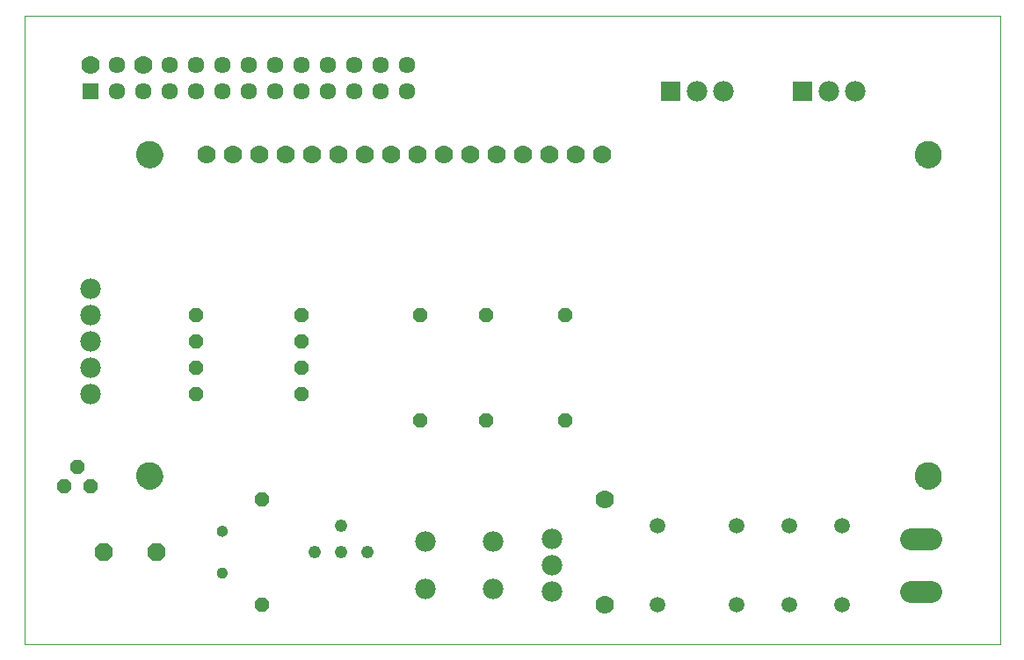
<source format=gts>
G75*
G70*
%OFA0B0*%
%FSLAX24Y24*%
%IPPOS*%
%LPD*%
%AMOC8*
5,1,8,0,0,1.08239X$1,22.5*
%
%ADD10C,0.0000*%
%ADD11C,0.1024*%
%ADD12C,0.0700*%
%ADD13OC8,0.0560*%
%ADD14C,0.0820*%
%ADD15R,0.0634X0.0634*%
%ADD16C,0.0634*%
%ADD17C,0.0050*%
%ADD18C,0.0780*%
%ADD19C,0.0594*%
%ADD20C,0.0480*%
%ADD21OC8,0.0670*%
%ADD22R,0.0780X0.0780*%
D10*
X004465Y000625D02*
X004465Y024495D01*
X041457Y024495D01*
X041457Y000625D01*
X004465Y000625D01*
X008709Y007023D02*
X008711Y007067D01*
X008717Y007111D01*
X008727Y007154D01*
X008740Y007196D01*
X008758Y007236D01*
X008779Y007275D01*
X008803Y007312D01*
X008830Y007347D01*
X008861Y007379D01*
X008894Y007408D01*
X008930Y007434D01*
X008968Y007456D01*
X009008Y007475D01*
X009049Y007491D01*
X009092Y007503D01*
X009135Y007511D01*
X009179Y007515D01*
X009223Y007515D01*
X009267Y007511D01*
X009310Y007503D01*
X009353Y007491D01*
X009394Y007475D01*
X009434Y007456D01*
X009472Y007434D01*
X009508Y007408D01*
X009541Y007379D01*
X009572Y007347D01*
X009599Y007312D01*
X009623Y007275D01*
X009644Y007236D01*
X009662Y007196D01*
X009675Y007154D01*
X009685Y007111D01*
X009691Y007067D01*
X009693Y007023D01*
X009691Y006979D01*
X009685Y006935D01*
X009675Y006892D01*
X009662Y006850D01*
X009644Y006810D01*
X009623Y006771D01*
X009599Y006734D01*
X009572Y006699D01*
X009541Y006667D01*
X009508Y006638D01*
X009472Y006612D01*
X009434Y006590D01*
X009394Y006571D01*
X009353Y006555D01*
X009310Y006543D01*
X009267Y006535D01*
X009223Y006531D01*
X009179Y006531D01*
X009135Y006535D01*
X009092Y006543D01*
X009049Y006555D01*
X009008Y006571D01*
X008968Y006590D01*
X008930Y006612D01*
X008894Y006638D01*
X008861Y006667D01*
X008830Y006699D01*
X008803Y006734D01*
X008779Y006771D01*
X008758Y006810D01*
X008740Y006850D01*
X008727Y006892D01*
X008717Y006935D01*
X008711Y006979D01*
X008709Y007023D01*
X008709Y019227D02*
X008711Y019271D01*
X008717Y019315D01*
X008727Y019358D01*
X008740Y019400D01*
X008758Y019440D01*
X008779Y019479D01*
X008803Y019516D01*
X008830Y019551D01*
X008861Y019583D01*
X008894Y019612D01*
X008930Y019638D01*
X008968Y019660D01*
X009008Y019679D01*
X009049Y019695D01*
X009092Y019707D01*
X009135Y019715D01*
X009179Y019719D01*
X009223Y019719D01*
X009267Y019715D01*
X009310Y019707D01*
X009353Y019695D01*
X009394Y019679D01*
X009434Y019660D01*
X009472Y019638D01*
X009508Y019612D01*
X009541Y019583D01*
X009572Y019551D01*
X009599Y019516D01*
X009623Y019479D01*
X009644Y019440D01*
X009662Y019400D01*
X009675Y019358D01*
X009685Y019315D01*
X009691Y019271D01*
X009693Y019227D01*
X009691Y019183D01*
X009685Y019139D01*
X009675Y019096D01*
X009662Y019054D01*
X009644Y019014D01*
X009623Y018975D01*
X009599Y018938D01*
X009572Y018903D01*
X009541Y018871D01*
X009508Y018842D01*
X009472Y018816D01*
X009434Y018794D01*
X009394Y018775D01*
X009353Y018759D01*
X009310Y018747D01*
X009267Y018739D01*
X009223Y018735D01*
X009179Y018735D01*
X009135Y018739D01*
X009092Y018747D01*
X009049Y018759D01*
X009008Y018775D01*
X008968Y018794D01*
X008930Y018816D01*
X008894Y018842D01*
X008861Y018871D01*
X008830Y018903D01*
X008803Y018938D01*
X008779Y018975D01*
X008758Y019014D01*
X008740Y019054D01*
X008727Y019096D01*
X008717Y019139D01*
X008711Y019183D01*
X008709Y019227D01*
X038237Y019227D02*
X038239Y019271D01*
X038245Y019315D01*
X038255Y019358D01*
X038268Y019400D01*
X038286Y019440D01*
X038307Y019479D01*
X038331Y019516D01*
X038358Y019551D01*
X038389Y019583D01*
X038422Y019612D01*
X038458Y019638D01*
X038496Y019660D01*
X038536Y019679D01*
X038577Y019695D01*
X038620Y019707D01*
X038663Y019715D01*
X038707Y019719D01*
X038751Y019719D01*
X038795Y019715D01*
X038838Y019707D01*
X038881Y019695D01*
X038922Y019679D01*
X038962Y019660D01*
X039000Y019638D01*
X039036Y019612D01*
X039069Y019583D01*
X039100Y019551D01*
X039127Y019516D01*
X039151Y019479D01*
X039172Y019440D01*
X039190Y019400D01*
X039203Y019358D01*
X039213Y019315D01*
X039219Y019271D01*
X039221Y019227D01*
X039219Y019183D01*
X039213Y019139D01*
X039203Y019096D01*
X039190Y019054D01*
X039172Y019014D01*
X039151Y018975D01*
X039127Y018938D01*
X039100Y018903D01*
X039069Y018871D01*
X039036Y018842D01*
X039000Y018816D01*
X038962Y018794D01*
X038922Y018775D01*
X038881Y018759D01*
X038838Y018747D01*
X038795Y018739D01*
X038751Y018735D01*
X038707Y018735D01*
X038663Y018739D01*
X038620Y018747D01*
X038577Y018759D01*
X038536Y018775D01*
X038496Y018794D01*
X038458Y018816D01*
X038422Y018842D01*
X038389Y018871D01*
X038358Y018903D01*
X038331Y018938D01*
X038307Y018975D01*
X038286Y019014D01*
X038268Y019054D01*
X038255Y019096D01*
X038245Y019139D01*
X038239Y019183D01*
X038237Y019227D01*
X038237Y007023D02*
X038239Y007067D01*
X038245Y007111D01*
X038255Y007154D01*
X038268Y007196D01*
X038286Y007236D01*
X038307Y007275D01*
X038331Y007312D01*
X038358Y007347D01*
X038389Y007379D01*
X038422Y007408D01*
X038458Y007434D01*
X038496Y007456D01*
X038536Y007475D01*
X038577Y007491D01*
X038620Y007503D01*
X038663Y007511D01*
X038707Y007515D01*
X038751Y007515D01*
X038795Y007511D01*
X038838Y007503D01*
X038881Y007491D01*
X038922Y007475D01*
X038962Y007456D01*
X039000Y007434D01*
X039036Y007408D01*
X039069Y007379D01*
X039100Y007347D01*
X039127Y007312D01*
X039151Y007275D01*
X039172Y007236D01*
X039190Y007196D01*
X039203Y007154D01*
X039213Y007111D01*
X039219Y007067D01*
X039221Y007023D01*
X039219Y006979D01*
X039213Y006935D01*
X039203Y006892D01*
X039190Y006850D01*
X039172Y006810D01*
X039151Y006771D01*
X039127Y006734D01*
X039100Y006699D01*
X039069Y006667D01*
X039036Y006638D01*
X039000Y006612D01*
X038962Y006590D01*
X038922Y006571D01*
X038881Y006555D01*
X038838Y006543D01*
X038795Y006535D01*
X038751Y006531D01*
X038707Y006531D01*
X038663Y006535D01*
X038620Y006543D01*
X038577Y006555D01*
X038536Y006571D01*
X038496Y006590D01*
X038458Y006612D01*
X038422Y006638D01*
X038389Y006667D01*
X038358Y006699D01*
X038331Y006734D01*
X038307Y006771D01*
X038286Y006810D01*
X038268Y006850D01*
X038255Y006892D01*
X038245Y006935D01*
X038239Y006979D01*
X038237Y007023D01*
D11*
X038729Y007023D03*
X038729Y019227D03*
X009201Y019227D03*
X009201Y007023D03*
D12*
X026465Y006125D03*
X026465Y002125D03*
X026366Y019227D03*
X025366Y019227D03*
X024366Y019227D03*
X023366Y019227D03*
X022366Y019227D03*
X021366Y019227D03*
X020366Y019227D03*
X019366Y019227D03*
X018366Y019227D03*
X017366Y019227D03*
X016366Y019227D03*
X015366Y019227D03*
X014366Y019227D03*
X013366Y019227D03*
X012366Y019227D03*
X011366Y019227D03*
X008965Y022625D03*
X006965Y022625D03*
D13*
X010965Y013125D03*
X010965Y012125D03*
X010965Y011125D03*
X010965Y010125D03*
X014965Y010125D03*
X014965Y011125D03*
X014965Y012125D03*
X014965Y013125D03*
X019465Y013125D03*
X021965Y013125D03*
X024965Y013125D03*
X024965Y009125D03*
X021965Y009125D03*
X019465Y009125D03*
X013465Y006125D03*
X013465Y002125D03*
X006965Y006625D03*
X005965Y006625D03*
X006465Y007375D03*
D14*
X038075Y004615D02*
X038855Y004615D01*
X038855Y002635D02*
X038075Y002635D01*
D15*
X006965Y021625D03*
D16*
X007965Y021625D03*
X008965Y021625D03*
X009965Y021625D03*
X010965Y021625D03*
X011965Y021625D03*
X012965Y021625D03*
X013965Y021625D03*
X014965Y021625D03*
X015965Y021625D03*
X016965Y021625D03*
X017965Y021625D03*
X018965Y021625D03*
X018965Y022625D03*
X017965Y022625D03*
X016965Y022625D03*
X015965Y022625D03*
X014965Y022625D03*
X013965Y022625D03*
X012965Y022625D03*
X011965Y022625D03*
X010965Y022625D03*
X009965Y022625D03*
X007965Y022625D03*
D17*
X011919Y005085D02*
X011957Y005090D01*
X011997Y005086D01*
X012035Y005074D01*
X012070Y005054D01*
X012099Y005026D01*
X012121Y004992D01*
X012135Y004955D01*
X012141Y004915D01*
X012136Y004876D01*
X012122Y004838D01*
X012100Y004805D01*
X012072Y004778D01*
X012038Y004757D01*
X012000Y004745D01*
X011961Y004741D01*
X011923Y004746D01*
X011886Y004759D01*
X011854Y004779D01*
X011827Y004807D01*
X011806Y004840D01*
X011794Y004876D01*
X011790Y004915D01*
X011793Y004953D01*
X011805Y004989D01*
X011825Y005022D01*
X011851Y005050D01*
X011883Y005071D01*
X011919Y005085D01*
X011844Y005042D02*
X012081Y005042D01*
X012120Y004994D02*
X011808Y004994D01*
X011793Y004945D02*
X012137Y004945D01*
X012139Y004897D02*
X011792Y004897D01*
X011804Y004848D02*
X012126Y004848D01*
X012095Y004800D02*
X011834Y004800D01*
X011907Y004751D02*
X012020Y004751D01*
X011957Y003510D02*
X011997Y003506D01*
X012035Y003494D01*
X012070Y003474D01*
X012099Y003446D01*
X012121Y003412D01*
X012135Y003375D01*
X012141Y003335D01*
X012136Y003296D01*
X012122Y003258D01*
X012100Y003225D01*
X012072Y003198D01*
X011856Y003198D01*
X011854Y003199D02*
X011827Y003227D01*
X011806Y003260D01*
X011794Y003296D01*
X011790Y003335D01*
X011793Y003373D01*
X011805Y003409D01*
X011825Y003442D01*
X011851Y003470D01*
X011883Y003491D01*
X011919Y003505D01*
X011957Y003510D01*
X011880Y003489D02*
X012044Y003489D01*
X012102Y003440D02*
X011824Y003440D01*
X011799Y003392D02*
X012129Y003392D01*
X012140Y003343D02*
X011791Y003343D01*
X011794Y003295D02*
X012136Y003295D01*
X012114Y003246D02*
X011815Y003246D01*
X011854Y003199D02*
X011886Y003179D01*
X011923Y003166D01*
X011961Y003161D01*
X012000Y003165D01*
X012038Y003177D01*
X012072Y003198D01*
D18*
X019685Y002735D03*
X022245Y002735D03*
X024465Y002625D03*
X024465Y003625D03*
X024465Y004625D03*
X022245Y004515D03*
X019685Y004515D03*
X006965Y010125D03*
X006965Y011125D03*
X006965Y012125D03*
X006965Y013125D03*
X006965Y014125D03*
X029965Y021625D03*
X030965Y021625D03*
X034965Y021625D03*
X035965Y021625D03*
D19*
X035465Y005125D03*
X033465Y005125D03*
X031465Y005125D03*
X028465Y005125D03*
X028465Y002125D03*
X031465Y002125D03*
X033465Y002125D03*
X035465Y002125D03*
D20*
X017465Y004125D03*
X017465Y004125D03*
X016465Y004125D03*
X015465Y004125D03*
X015465Y004125D03*
X016465Y005125D03*
D21*
X009465Y004125D03*
X007465Y004125D03*
D22*
X028965Y021625D03*
X033965Y021625D03*
M02*

</source>
